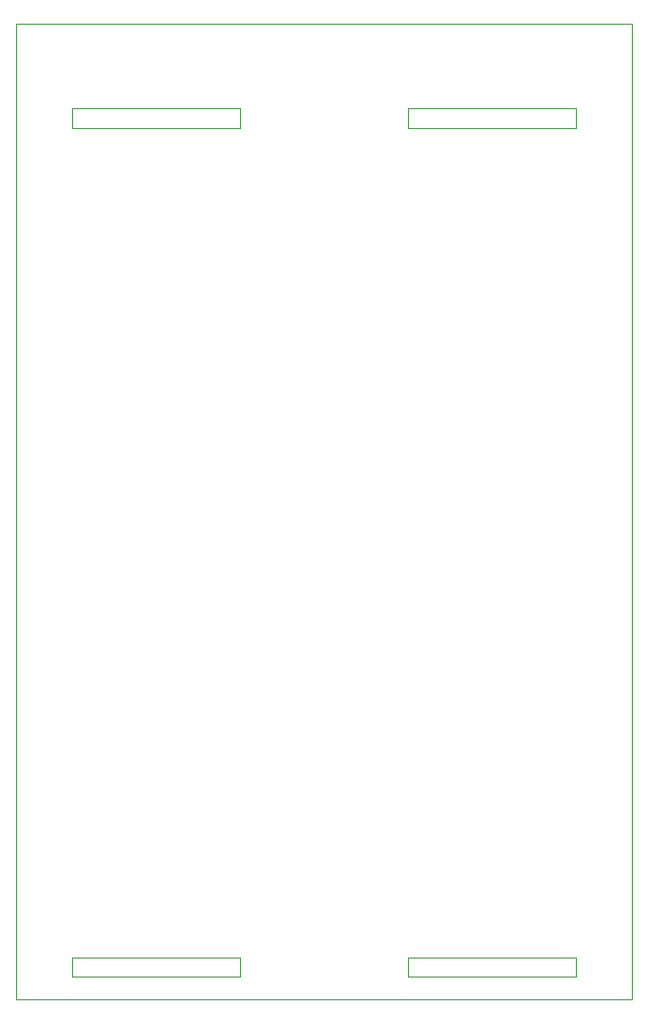
<source format=gm1>
G04 #@! TF.GenerationSoftware,KiCad,Pcbnew,(5.1.4)-1*
G04 #@! TF.CreationDate,2019-10-14T19:51:17-04:00*
G04 #@! TF.ProjectId,badger-badge,62616467-6572-42d6-9261-6467652e6b69,rev?*
G04 #@! TF.SameCoordinates,Original*
G04 #@! TF.FileFunction,Profile,NP*
%FSLAX46Y46*%
G04 Gerber Fmt 4.6, Leading zero omitted, Abs format (unit mm)*
G04 Created by KiCad (PCBNEW (5.1.4)-1) date 2019-10-14 19:51:17*
%MOMM*%
%LPD*%
G04 APERTURE LIST*
%ADD10C,0.050000*%
G04 APERTURE END LIST*
D10*
X70000000Y-135000000D02*
X70000000Y-133250000D01*
X85000000Y-135000000D02*
X100000000Y-135000000D01*
X55000000Y-135000000D02*
X70000000Y-135000000D01*
X100000000Y-135000000D02*
X100000000Y-133250000D01*
X55000000Y-133250000D02*
X55000000Y-135000000D01*
X85000000Y-133250000D02*
X85000000Y-135000000D01*
X100000000Y-133250000D02*
X85000000Y-133250000D01*
X55000000Y-133250000D02*
X70000000Y-133250000D01*
X100000000Y-59250000D02*
X100000000Y-57500000D01*
X85000000Y-59250000D02*
X100000000Y-59250000D01*
X85000000Y-57500000D02*
X85000000Y-59250000D01*
X100000000Y-57500000D02*
X85000000Y-57500000D01*
X70000000Y-57500000D02*
X55000000Y-57500000D01*
X70000000Y-59250000D02*
X70000000Y-57500000D01*
X55000000Y-59250000D02*
X70000000Y-59250000D01*
X55000000Y-57500000D02*
X55000000Y-59250000D01*
X50000000Y-137000000D02*
X50000000Y-50000000D01*
X105000000Y-137000000D02*
X50000000Y-137000000D01*
X105000000Y-50000000D02*
X105000000Y-137000000D01*
X95000000Y-50000000D02*
X105000000Y-50000000D01*
X50000000Y-50000000D02*
X95000000Y-50000000D01*
M02*

</source>
